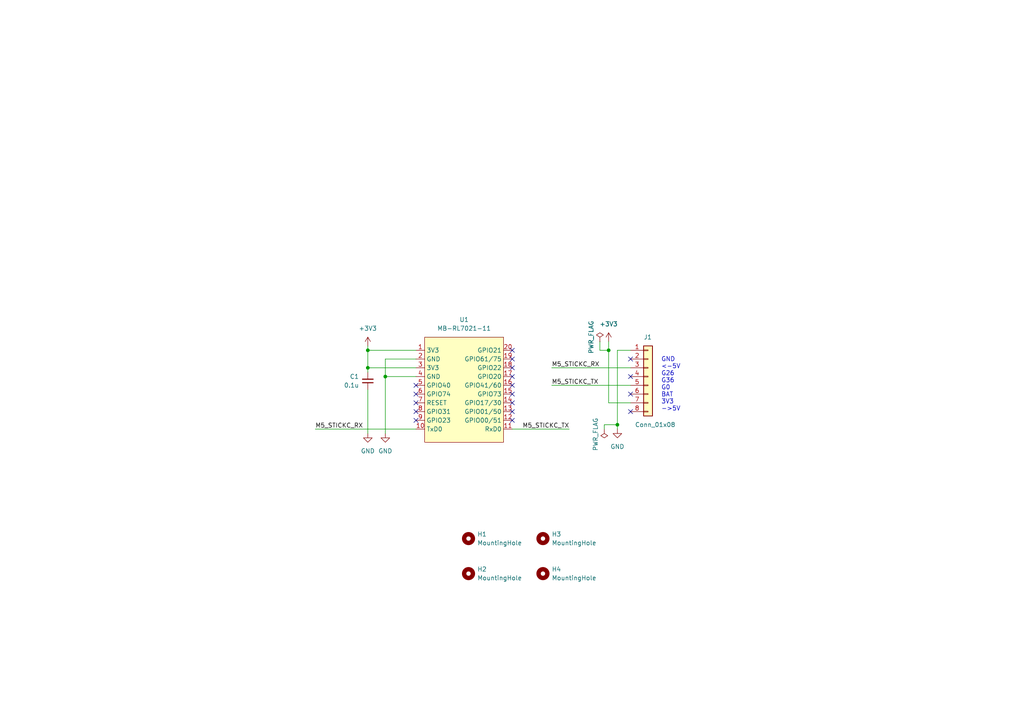
<source format=kicad_sch>
(kicad_sch (version 20211123) (generator eeschema)
  (paper "A4")
  (lib_symbols
    (symbol "Connector_Generic:Conn_01x08" (pin_names (offset 1.016) hide)
      (property "Reference" "J" (at 0 10.16 0))
      (property "Value" "Conn_01x08" (at 0 -12.7 0))
      (symbol "Conn_01x08_1_1"
        (rectangle (start -1.27 -10.033) (end 0 -10.287) (stroke (width 0.1524)))
        (rectangle (start -1.27 -7.493) (end 0 -7.747) (stroke (width 0.1524)))
        (rectangle (start -1.27 -4.953) (end 0 -5.207) (stroke (width 0.1524)))
        (rectangle (start -1.27 -2.413) (end 0 -2.667) (stroke (width 0.1524)))
        (rectangle (start -1.27 0.127) (end 0 -0.127) (stroke (width 0.1524)))
        (rectangle (start -1.27 2.667) (end 0 2.413) (stroke (width 0.1524)))
        (rectangle (start -1.27 5.207) (end 0 4.953) (stroke (width 0.1524)))
        (rectangle (start -1.27 7.747) (end 0 7.493) (stroke (width 0.1524)))
        (rectangle (start -1.27 8.89) (end 1.27 -11.43) (stroke (width 0.254)) (fill (type background)))
        (pin passive line (at -5.08 7.62 0) (length 3.81) (name "Pin_1") (number "1"))
        (pin passive line (at -5.08 5.08 0) (length 3.81) (name "Pin_2") (number "2"))
        (pin passive line (at -5.08 2.54 0) (length 3.81) (name "Pin_3") (number "3"))
        (pin passive line (at -5.08 0 0) (length 3.81) (name "Pin_4") (number "4"))
        (pin passive line (at -5.08 -2.54 0) (length 3.81) (name "Pin_5") (number "5"))
        (pin passive line (at -5.08 -5.08 0) (length 3.81) (name "Pin_6") (number "6"))
        (pin passive line (at -5.08 -7.62 0) (length 3.81) (name "Pin_7") (number "7"))
        (pin passive line (at -5.08 -10.16 0) (length 3.81) (name "Pin_8") (number "8"))
      )
    )
    (symbol "Device:C_Small" (pin_numbers hide) (pin_names (offset 0.254) hide)
      (property "Reference" "C" (at 0.254 1.778 0))
      (property "Value" "C_Small" (at 0.254 -2.032 0))
      (symbol "C_Small_0_1"
        (polyline (pts (xy -1.524 -0.508) (xy 1.524 -0.508)) (stroke (width 0.3302)))
        (polyline (pts (xy -1.524 0.508) (xy 1.524 0.508)) (stroke (width 0.3048)))
      )
      (symbol "C_Small_1_1"
        (pin passive line (at 0 2.54 270) (length 2.032) (name "~") (number "1"))
        (pin passive line (at 0 -2.54 90) (length 2.032) (name "~") (number "2"))
      )
    )
    (symbol "Mechanical:MountingHole" (pin_names (offset 1.016))
      (property "Reference" "H" (at 0 5.08 0))
      (property "Value" "MountingHole" (at 0 3.175 0))
      (symbol "MountingHole_0_1"
        (circle (center 0 0) (radius 1.27) (stroke (width 1.27)))
      )
    )
    (symbol "power:+3V3" (power) (pin_names (offset 0))
      (property "Value" "+3V3" (at 0 3.556 0))
      (symbol "+3V3_0_1"
        (polyline (pts (xy -0.762 1.27) (xy 0 2.54)))
        (polyline (pts (xy 0 0) (xy 0 2.54)))
        (polyline (pts (xy 0 2.54) (xy 0.762 1.27)))
      )
      (symbol "+3V3_1_1"
        (pin power_in line (at 0 0 90) (length 0) hide (name "+3V3") (number "1"))
      )
    )
    (symbol "power:GND" (power) (pin_names (offset 0))
      (property "Value" "GND" (at 0 -3.81 0))
      (symbol "GND_0_1"
        (polyline (pts (xy 0 0) (xy 0 -1.27) (xy 1.27 -1.27) (xy 0 -2.54) (xy -1.27 -1.27) (xy 0 -1.27)))
      )
      (symbol "GND_1_1"
        (pin power_in line (at 0 0 270) (length 0) hide (name "GND") (number "1"))
      )
    )
    (symbol "power:PWR_FLAG" (power) (pin_numbers hide) (pin_names (offset 0) hide)
      (property "Value" "PWR_FLAG" (at 0 3.81 0))
      (symbol "PWR_FLAG_0_0"
        (pin power_out line (at 0 0 90) (length 0) (name "pwr") (number "1"))
      )
      (symbol "PWR_FLAG_0_1"
        (polyline (pts (xy 0 0) (xy 0 1.27) (xy -1.016 1.905) (xy 0 2.54) (xy 1.016 1.905) (xy 0 1.27)))
      )
    )
    (symbol "taki:MB-RL7021-11"
      (property "Reference" "U" (at -3.81 16.51 0))
      (property "Value" "MB-RL7021-11" (at 0 -16.51 0))
      (symbol "MB-RL7021-11_0_1"
        (rectangle (start -11.43 15.24) (end 11.43 -15.24) (fill (type background)))
      )
      (symbol "MB-RL7021-11_1_1"
        (pin power_in line (at -13.97 11.43 0) (length 2.54) (name "3V3") (number "1"))
        (pin output line (at -13.97 -11.43 0) (length 2.54) (name "TxD0") (number "10"))
        (pin input line (at 13.97 -11.43 180) (length 2.54) (name "RxD0") (number "11"))
        (pin bidirectional line (at 13.97 -8.89 180) (length 2.54) (name "GPIO00/51") (number "12"))
        (pin bidirectional line (at 13.97 -6.35 180) (length 2.54) (name "GPIO01/50") (number "13"))
        (pin bidirectional line (at 13.97 -3.81 180) (length 2.54) (name "GPIO17/30") (number "14"))
        (pin bidirectional line (at 13.97 -1.27 180) (length 2.54) (name "GPIO73") (number "15"))
        (pin bidirectional line (at 13.97 1.27 180) (length 2.54) (name "GPIO41/60") (number "16"))
        (pin bidirectional line (at 13.97 3.81 180) (length 2.54) (name "GPIO20") (number "17"))
        (pin bidirectional line (at 13.97 6.35 180) (length 2.54) (name "GPIO22") (number "18"))
        (pin bidirectional line (at 13.97 8.89 180) (length 2.54) (name "GPIO61/75") (number "19"))
        (pin power_in line (at -13.97 8.89 0) (length 2.54) (name "GND") (number "2"))
        (pin bidirectional line (at 13.97 11.43 180) (length 2.54) (name "GPIO21") (number "20"))
        (pin power_in line (at -13.97 6.35 0) (length 2.54) (name "3V3") (number "3"))
        (pin power_in line (at -13.97 3.81 0) (length 2.54) (name "GND") (number "4"))
        (pin bidirectional line (at -13.97 1.27 0) (length 2.54) (name "GPIO40") (number "5"))
        (pin bidirectional line (at -13.97 -1.27 0) (length 2.54) (name "GPIO74") (number "6"))
        (pin input line (at -13.97 -3.81 0) (length 2.54) (name "RESET") (number "7"))
        (pin bidirectional line (at -13.97 -6.35 0) (length 2.54) (name "GPIO31") (number "8"))
        (pin bidirectional line (at -13.97 -8.89 0) (length 2.54) (name "GPIO23") (number "9"))
      )
    )
  )
  (junction (at 106.68 101.6))
  (junction (at 106.68 106.68))
  (junction (at 179.07 123.19))
  (junction (at 176.53 101.6))
  (junction (at 111.76 109.22))
  (no_connect (at 120.65 111.76))
  (no_connect (at 148.59 109.22))
  (no_connect (at 148.59 111.76))
  (no_connect (at 148.59 104.14))
  (no_connect (at 120.65 114.3))
  (no_connect (at 182.88 114.3))
  (no_connect (at 120.65 116.84))
  (no_connect (at 148.59 106.68))
  (no_connect (at 148.59 119.38))
  (no_connect (at 182.88 109.22))
  (no_connect (at 148.59 116.84))
  (no_connect (at 182.88 104.14))
  (no_connect (at 182.88 119.38))
  (no_connect (at 120.65 119.38))
  (no_connect (at 148.59 101.6))
  (no_connect (at 148.59 114.3))
  (no_connect (at 148.59 121.92))
  (no_connect (at 120.65 121.92))
  (wire (pts (xy 160.02 111.76) (xy 182.88 111.76)))
  (wire (pts (xy 111.76 109.22) (xy 120.65 109.22)))
  (wire (pts (xy 91.44 124.46) (xy 120.65 124.46)))
  (wire (pts (xy 175.26 124.46) (xy 175.26 123.19)))
  (wire (pts (xy 176.53 99.06) (xy 176.53 101.6)))
  (wire (pts (xy 111.76 104.14) (xy 120.65 104.14)))
  (wire (pts (xy 179.07 123.19) (xy 179.07 124.46)))
  (wire (pts (xy 176.53 101.6) (xy 176.53 116.84)))
  (wire (pts (xy 182.88 116.84) (xy 176.53 116.84)))
  (wire (pts (xy 106.68 106.68) (xy 106.68 107.95)))
  (wire (pts (xy 106.68 101.6) (xy 106.68 106.68)))
  (wire (pts (xy 160.02 106.68) (xy 182.88 106.68)))
  (wire (pts (xy 106.68 100.33) (xy 106.68 101.6)))
  (wire (pts (xy 106.68 113.03) (xy 106.68 125.73)))
  (wire (pts (xy 111.76 109.22) (xy 111.76 104.14)))
  (wire (pts (xy 175.26 123.19) (xy 179.07 123.19)))
  (wire (pts (xy 179.07 101.6) (xy 182.88 101.6)))
  (wire (pts (xy 111.76 125.73) (xy 111.76 109.22)))
  (wire (pts (xy 148.59 124.46) (xy 165.1 124.46)))
  (wire (pts (xy 120.65 106.68) (xy 106.68 106.68)))
  (wire (pts (xy 179.07 101.6) (xy 179.07 123.19)))
  (wire (pts (xy 173.99 99.06) (xy 173.99 101.6)))
  (wire (pts (xy 173.99 101.6) (xy 176.53 101.6)))
  (wire (pts (xy 120.65 101.6) (xy 106.68 101.6)))
  (text "GND\n<-5V\nG26\nG36\nG0\nBAT\n3V3\n->5V" (at 191.77 119.38 0) (effects (font (size 1.27 1.27)) (justify left bottom)))
  (label "M5_STICKC_RX" (at 91.44 124.46 0))
  (label "M5_STICKC_TX" (at 165.1 124.46 180))
  (label "M5_STICKC_TX" (at 160.02 111.76 0))
  (label "M5_STICKC_RX" (at 160.02 106.68 0))
  (symbol (lib_id "power:PWR_FLAG") (at 173.99 99.06 0) (unit 1)
    (property "Reference" "#FLG0101" (effects hide))
    (property "Value" "PWR_FLAG" (at 171.45 97.79 90))
  )
  (symbol (lib_id "taki:MB-RL7021-11") (at 134.62 113.03 0) (unit 1)
    (property "Reference" "U1" (at 134.62 92.71 0))
    (property "Value" "MB-RL7021-11" (at 134.62 95.25 0))
    (property "Footprint" "taki:MB-RL7021-11" (effects hide))
  )
  (symbol (lib_id "Device:C_Small") (at 106.68 110.49 0) (mirror x) (unit 1)
    (property "Reference" "C1" (at 104.14 109.2135 0) (effects (justify right)))
    (property "Value" "0.1u" (at 104.14 111.7535 0) (effects (justify right)))
    (property "Footprint" "Capacitor_SMD:C_0603_1608Metric" (effects hide))
  )
  (symbol (lib_id "power:+3V3") (at 106.68 100.33 0) (unit 1)
    (property "Reference" "#PWR0101" (effects hide))
    (property "Value" "+3V3" (at 106.68 95.25 0))
  )
  (symbol (lib_id "Mechanical:MountingHole") (at 157.48 166.37 0) (unit 1)
    (property "Reference" "H4" (at 160.02 165.0999 0) (effects (justify left)))
    (property "Value" "MountingHole" (at 160.02 167.6399 0) (effects (justify left)))
    (property "Footprint" "MountingHole:MountingHole_3.2mm_M3" (effects hide))
  )
  (symbol (lib_id "power:GND") (at 106.68 125.73 0) (unit 1)
    (property "Reference" "#PWR0102" (effects hide))
    (property "Value" "GND" (at 106.68 130.81 0))
  )
  (symbol (lib_id "power:GND") (at 179.07 124.46 0) (unit 1)
    (property "Reference" "#PWR0104" (effects hide))
    (property "Value" "GND" (at 179.07 129.54 0))
  )
  (symbol (lib_id "Mechanical:MountingHole") (at 135.89 166.37 0) (unit 1)
    (property "Reference" "H2" (at 138.43 165.0999 0) (effects (justify left)))
    (property "Value" "MountingHole" (at 138.43 167.6399 0) (effects (justify left)))
    (property "Footprint" "MountingHole:MountingHole_3.2mm_M3" (effects hide))
  )
  (symbol (lib_id "power:GND") (at 111.76 125.73 0) (unit 1)
    (property "Reference" "#PWR0103" (effects hide))
    (property "Value" "GND" (at 111.76 130.81 0))
  )
  (symbol (lib_id "Connector_Generic:Conn_01x08") (at 187.96 109.22 0) (unit 1)
    (property "Reference" "J1" (at 186.69 97.79 0) (effects (justify left)))
    (property "Value" "Conn_01x08" (at 184.15 123.19 0) (effects (justify left)))
    (property "Footprint" "Connector_PinHeader_2.54mm:PinHeader_1x08_P2.54mm_Horizontal" (effects hide))
  )
  (symbol (lib_id "power:+3V3") (at 176.53 99.06 0) (unit 1)
    (property "Reference" "#PWR0105" (effects hide))
    (property "Value" "+3V3" (at 176.53 93.98 0))
  )
  (symbol (lib_id "Mechanical:MountingHole") (at 157.48 156.21 0) (unit 1)
    (property "Reference" "H3" (at 160.02 154.9399 0) (effects (justify left)))
    (property "Value" "MountingHole" (at 160.02 157.4799 0) (effects (justify left)))
    (property "Footprint" "MountingHole:MountingHole_3.2mm_M3" (effects hide))
  )
  (symbol (lib_id "Mechanical:MountingHole") (at 135.89 156.21 0) (unit 1)
    (property "Reference" "H1" (at 138.43 154.9399 0) (effects (justify left)))
    (property "Value" "MountingHole" (at 138.43 157.4799 0) (effects (justify left)))
    (property "Footprint" "MountingHole:MountingHole_3.2mm_M3" (effects hide))
  )
  (symbol (lib_id "power:PWR_FLAG") (at 175.26 124.46 180) (unit 1)
    (property "Reference" "#FLG0102" (effects hide))
    (property "Value" "PWR_FLAG" (at 172.72 130.81 90) (effects (justify right)))
  )
)
</source>
